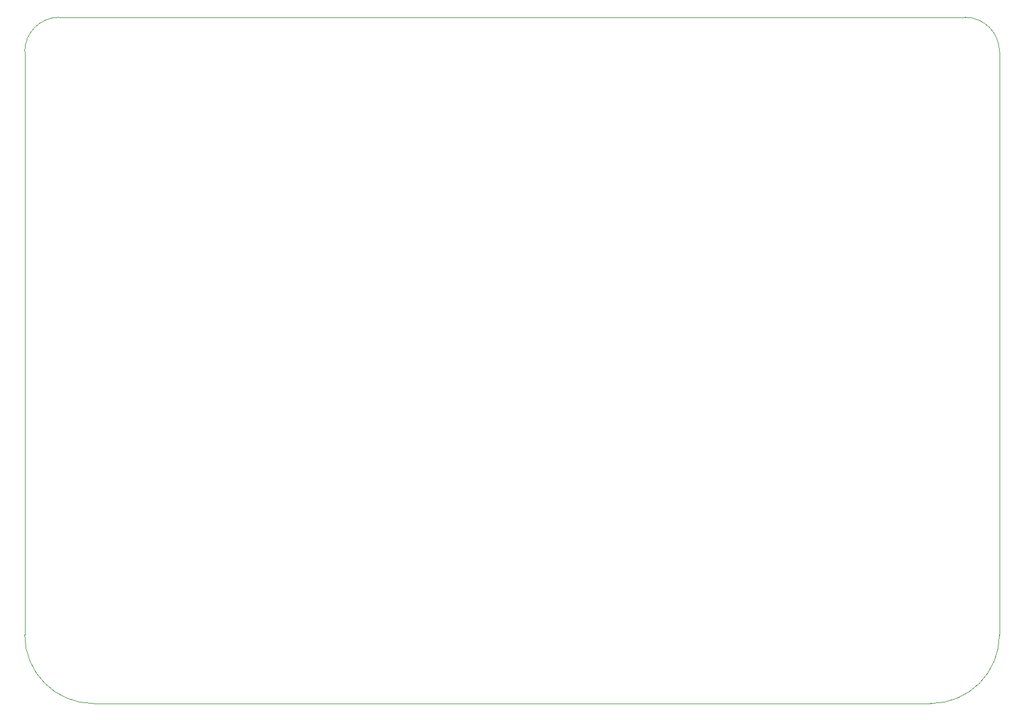
<source format=gm1>
G04*
G04 #@! TF.GenerationSoftware,Altium Limited,Altium Designer,23.4.1 (23)*
G04*
G04 Layer_Color=16711935*
%FSLAX44Y44*%
%MOMM*%
G71*
G04*
G04 #@! TF.SameCoordinates,AADE7E44-117F-4E65-A716-1D38EB4515B9*
G04*
G04*
G04 #@! TF.FilePolarity,Positive*
G04*
G01*
G75*
%ADD98C,0.1000*%
D98*
X0Y100000D02*
G03*
X100000Y0I100000J0D01*
G01*
X1320000D02*
G03*
X1420000Y100000I0J100000D01*
G01*
Y950000D02*
G03*
X1370000Y1000000I-50000J0D01*
G01*
X50000D02*
G03*
X-0Y950000I-0J-50000D01*
G01*
X100000Y0D02*
X1320000D01*
X1420000Y100000D02*
Y950000D01*
X50000Y1000000D02*
X1370000D01*
X-0Y950000D02*
X0Y100000D01*
M02*

</source>
